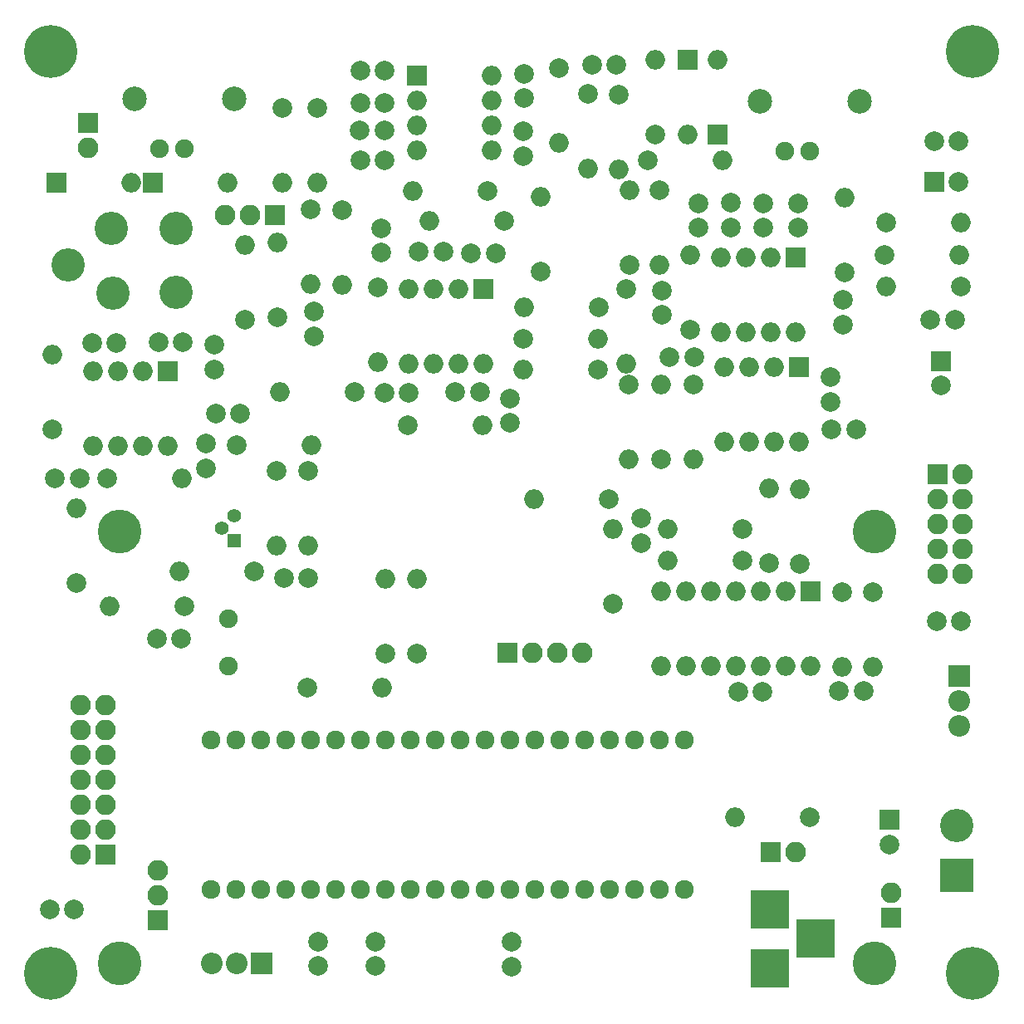
<source format=gbr>
G04 #@! TF.FileFunction,Soldermask,Bot*
%FSLAX46Y46*%
G04 Gerber Fmt 4.6, Leading zero omitted, Abs format (unit mm)*
G04 Created by KiCad (PCBNEW 4.0.7) date 11/11/19 10:00:43*
%MOMM*%
%LPD*%
G01*
G04 APERTURE LIST*
%ADD10C,0.100000*%
%ADD11C,2.000000*%
%ADD12R,2.000000X2.000000*%
%ADD13O,2.000000X2.000000*%
%ADD14C,1.924000*%
%ADD15C,3.400000*%
%ADD16R,2.100000X2.100000*%
%ADD17O,2.100000X2.100000*%
%ADD18C,1.900000*%
%ADD19C,5.400000*%
%ADD20C,2.500000*%
%ADD21R,3.400000X3.400000*%
%ADD22R,2.200000X2.200000*%
%ADD23O,2.200000X2.200000*%
%ADD24C,4.464000*%
%ADD25R,3.900000X3.900000*%
%ADD26C,1.400000*%
%ADD27R,1.400000X1.400000*%
G04 APERTURE END LIST*
D10*
D11*
X115316000Y-79883000D03*
X115316000Y-77383000D03*
D12*
X64937640Y-85674200D03*
D13*
X57317640Y-93294200D03*
X62397640Y-85674200D03*
X59857640Y-93294200D03*
X59857640Y-85674200D03*
X62397640Y-93294200D03*
X57317640Y-85674200D03*
X64937640Y-93294200D03*
D12*
X130479800Y-108077000D03*
D13*
X115239800Y-115697000D03*
X127939800Y-108077000D03*
X117779800Y-115697000D03*
X125399800Y-108077000D03*
X120319800Y-115697000D03*
X122859800Y-108077000D03*
X122859800Y-115697000D03*
X120319800Y-108077000D03*
X125399800Y-115697000D03*
X117779800Y-108077000D03*
X127939800Y-115697000D03*
X115239800Y-108077000D03*
X130479800Y-115697000D03*
D11*
X76024740Y-95806260D03*
D13*
X76024740Y-103426260D03*
D11*
X63972440Y-82651600D03*
X66472440Y-82651600D03*
D14*
X69342000Y-138430000D03*
X71882000Y-138430000D03*
X74422000Y-138430000D03*
X76962000Y-138430000D03*
X79502000Y-138430000D03*
X82042000Y-138430000D03*
X84582000Y-138430000D03*
X87122000Y-138430000D03*
X89662000Y-138430000D03*
X92202000Y-138430000D03*
X94742000Y-138430000D03*
X97282000Y-138430000D03*
X99822000Y-138430000D03*
X102362000Y-138430000D03*
X104902000Y-138430000D03*
X107442000Y-138430000D03*
X109982000Y-138430000D03*
X112522000Y-138430000D03*
X115062000Y-138430000D03*
X117602000Y-138430000D03*
X69342000Y-123190000D03*
X71882000Y-123190000D03*
X74422000Y-123190000D03*
X76962000Y-123190000D03*
X79502000Y-123190000D03*
X82042000Y-123190000D03*
X84582000Y-123190000D03*
X87122000Y-123190000D03*
X89662000Y-123190000D03*
X92202000Y-123190000D03*
X94742000Y-123190000D03*
X97282000Y-123190000D03*
X99822000Y-123190000D03*
X102362000Y-123190000D03*
X104902000Y-123190000D03*
X107442000Y-123190000D03*
X109982000Y-123190000D03*
X112522000Y-123190000D03*
X115062000Y-123190000D03*
X117602000Y-123190000D03*
D15*
X65760600Y-77612240D03*
X59349640Y-77673200D03*
D12*
X120944640Y-61493400D03*
D13*
X120944640Y-53873400D03*
D12*
X117896640Y-53873400D03*
D13*
X117896640Y-61493400D03*
D11*
X108165900Y-54368700D03*
X110665900Y-54368700D03*
X79248000Y-106680000D03*
X76748000Y-106680000D03*
X142646400Y-80416400D03*
X145146400Y-80416400D03*
D12*
X143764000Y-84582000D03*
D11*
X143764000Y-87082000D03*
X143052800Y-62179200D03*
X145552800Y-62179200D03*
X79822040Y-82054700D03*
X79822040Y-79554700D03*
D12*
X143052800Y-66344800D03*
D11*
X145552800Y-66344800D03*
X87035640Y-55016400D03*
X84535640Y-55016400D03*
X87035640Y-58318400D03*
X84535640Y-58318400D03*
X69636640Y-85432900D03*
X69636640Y-82932900D03*
X129199640Y-71018400D03*
X129199640Y-68518400D03*
X125643640Y-71018400D03*
X125643640Y-68518400D03*
X84495640Y-61112400D03*
X86995640Y-61112400D03*
X59679840Y-82753200D03*
X57179840Y-82753200D03*
X122341640Y-68478400D03*
X122341640Y-70978400D03*
X87035640Y-64160400D03*
X84535640Y-64160400D03*
X72303640Y-89941400D03*
X69803640Y-89941400D03*
X119039640Y-71018400D03*
X119039640Y-68518400D03*
X101196140Y-61188600D03*
X101196140Y-63688600D03*
X53441600Y-96560640D03*
X55941600Y-96560640D03*
X101259640Y-57810400D03*
X101259640Y-55310400D03*
X68783200Y-95504000D03*
X68783200Y-93004000D03*
X133771640Y-78384400D03*
X133771640Y-80884400D03*
X93004640Y-73431400D03*
X90504640Y-73431400D03*
X86984840Y-87820500D03*
X89484840Y-87820500D03*
X116062760Y-84239100D03*
X118562760Y-84239100D03*
X98338640Y-73609200D03*
X95838640Y-73609200D03*
X96751140Y-87782400D03*
X94251140Y-87782400D03*
X132476240Y-86258400D03*
X132476240Y-88758400D03*
X99799140Y-88417400D03*
X99799140Y-90917400D03*
X135067040Y-91567000D03*
X132567040Y-91567000D03*
X80264000Y-143764000D03*
X80264000Y-146264000D03*
X86106000Y-143764000D03*
X86106000Y-146264000D03*
X99999800Y-143840200D03*
X99999800Y-146340200D03*
D12*
X63413640Y-66395600D03*
D13*
X71033640Y-66395600D03*
D12*
X53571140Y-66382900D03*
D13*
X61191140Y-66382900D03*
D15*
X54777640Y-74828400D03*
X59121040Y-71069200D03*
X65725040Y-71059040D03*
D16*
X143421100Y-96164400D03*
D17*
X145961100Y-96164400D03*
X143421100Y-98704400D03*
X145961100Y-98704400D03*
X143421100Y-101244400D03*
X145961100Y-101244400D03*
X143421100Y-103784400D03*
X145961100Y-103784400D03*
X143421100Y-106324400D03*
X145961100Y-106324400D03*
D16*
X99568000Y-114300000D03*
D17*
X102108000Y-114300000D03*
X104648000Y-114300000D03*
X107188000Y-114300000D03*
D11*
X145796000Y-76962000D03*
D13*
X138176000Y-76962000D03*
D11*
X73710800Y-106057700D03*
D13*
X66090800Y-106057700D03*
D11*
X104815640Y-54762400D03*
D13*
X104815640Y-62382400D03*
D11*
X53126640Y-91592400D03*
D13*
X53126640Y-83972400D03*
D11*
X133898640Y-75590400D03*
D13*
X133898640Y-67970400D03*
D11*
X87122000Y-114427000D03*
D13*
X87122000Y-106807000D03*
D11*
X90297000Y-114427000D03*
D13*
X90297000Y-106807000D03*
D11*
X138023600Y-73761600D03*
D13*
X145643600Y-73761600D03*
D11*
X138163300Y-70497700D03*
D13*
X145783300Y-70497700D03*
D11*
X79479140Y-69113400D03*
D13*
X79479140Y-76733400D03*
D11*
X76113640Y-80162400D03*
D13*
X76113640Y-72542400D03*
D11*
X72811640Y-80416400D03*
D13*
X72811640Y-72796400D03*
D11*
X58704480Y-96601280D03*
D13*
X66324480Y-96601280D03*
D11*
X82717640Y-69176900D03*
D13*
X82717640Y-76796900D03*
D11*
X80177640Y-58826400D03*
D13*
X80177640Y-66446400D03*
D11*
X76621640Y-58826400D03*
D13*
X76621640Y-66446400D03*
D11*
X55626000Y-107188000D03*
D13*
X55626000Y-99568000D03*
D11*
X79237840Y-95806260D03*
D13*
X79237840Y-103426260D03*
D11*
X114594640Y-61493400D03*
D13*
X114594640Y-53873400D03*
D11*
X113832640Y-64160400D03*
D13*
X121452640Y-64160400D03*
D11*
X97500440Y-67284600D03*
D13*
X89880440Y-67284600D03*
D11*
X83936840Y-87731600D03*
D13*
X76316840Y-87731600D03*
D11*
X118150640Y-81432400D03*
D13*
X118150640Y-73812400D03*
D11*
X102948740Y-75438000D03*
D13*
X102948740Y-67818000D03*
D11*
X89423240Y-91135200D03*
D13*
X97043240Y-91135200D03*
D11*
X118531640Y-87020400D03*
D13*
X118531640Y-94640400D03*
D11*
X99227640Y-70319900D03*
D13*
X91607640Y-70319900D03*
D11*
X86375240Y-77114400D03*
D13*
X86375240Y-84734400D03*
D11*
X115229640Y-94640400D03*
D13*
X115229640Y-87020400D03*
D11*
X109895640Y-98704400D03*
D13*
X102275640Y-98704400D03*
D11*
X111927640Y-87020400D03*
D13*
X111927640Y-94640400D03*
D11*
X110276640Y-109372400D03*
D13*
X110276640Y-101752400D03*
D11*
X111658400Y-77276960D03*
D13*
X111658400Y-84896960D03*
D11*
X108879640Y-79146400D03*
D13*
X101259640Y-79146400D03*
D11*
X101132640Y-82321400D03*
D13*
X108752640Y-82321400D03*
D12*
X90337640Y-55524400D03*
D13*
X97957640Y-63144400D03*
X90337640Y-58064400D03*
X97957640Y-60604400D03*
X90337640Y-60604400D03*
X97957640Y-58064400D03*
X90337640Y-63144400D03*
X97957640Y-55524400D03*
D12*
X128945640Y-74066400D03*
D13*
X121325640Y-81686400D03*
X126405640Y-74066400D03*
X123865640Y-81686400D03*
X123865640Y-74066400D03*
X126405640Y-81686400D03*
X121325640Y-74066400D03*
X128945640Y-81686400D03*
D12*
X97132140Y-77241400D03*
D13*
X89512140Y-84861400D03*
X94592140Y-77241400D03*
X92052140Y-84861400D03*
X92052140Y-77241400D03*
X94592140Y-84861400D03*
X89512140Y-77241400D03*
X97132140Y-84861400D03*
D12*
X129275840Y-85191600D03*
D13*
X121655840Y-92811600D03*
X126735840Y-85191600D03*
X124195840Y-92811600D03*
X124195840Y-85191600D03*
X126735840Y-92811600D03*
X121655840Y-85191600D03*
X129275840Y-92811600D03*
D18*
X71079360Y-110837980D03*
X71079360Y-115717980D03*
D19*
X53000000Y-53000000D03*
X147000000Y-53000000D03*
X53000000Y-147000000D03*
X147000000Y-147000000D03*
D18*
X66588640Y-62966640D03*
X64048640Y-62966640D03*
D20*
X61508640Y-57886640D03*
X71668640Y-57886640D03*
D18*
X130327400Y-63230800D03*
X127787400Y-63230800D03*
D20*
X125247400Y-58150800D03*
X135407400Y-58150800D03*
D21*
X145389600Y-137007600D03*
D15*
X145389600Y-131927600D03*
D11*
X86654640Y-73558400D03*
X86654640Y-71058400D03*
D12*
X138493500Y-131368800D03*
D11*
X138493500Y-133868800D03*
X135854440Y-118211600D03*
X133354440Y-118211600D03*
D16*
X138645900Y-141312900D03*
D17*
X138645900Y-138772900D03*
D22*
X145643600Y-116738400D03*
D23*
X145643600Y-119278400D03*
X145643600Y-121818400D03*
D24*
X60000000Y-102000000D03*
X60000000Y-146000000D03*
X137000000Y-102000000D03*
X137000000Y-146000000D03*
D11*
X145801080Y-111099600D03*
X143301080Y-111099600D03*
D25*
X126288800Y-140474700D03*
X126288800Y-146474700D03*
X130988800Y-143474700D03*
D16*
X56809640Y-60350400D03*
D17*
X56809640Y-62890400D03*
D11*
X125552200Y-118300500D03*
X123052200Y-118300500D03*
X123548140Y-101688900D03*
D13*
X115928140Y-101688900D03*
D11*
X123548140Y-104927400D03*
D13*
X115928140Y-104927400D03*
D11*
X129311400Y-105270300D03*
D13*
X129311400Y-97650300D03*
D11*
X126187200Y-105234740D03*
D13*
X126187200Y-97614740D03*
D11*
X133667500Y-108178600D03*
D13*
X133667500Y-115798600D03*
D11*
X136791700Y-108127800D03*
D13*
X136791700Y-115747800D03*
D11*
X63779400Y-112892840D03*
X66279400Y-112892840D03*
D26*
X70396100Y-101660960D03*
X71666100Y-100390960D03*
D27*
X71666100Y-102930960D03*
D11*
X66608960Y-109636560D03*
D13*
X58988960Y-109636560D03*
D11*
X79171800Y-117896640D03*
D13*
X86791800Y-117896640D03*
D11*
X71973440Y-93151960D03*
D13*
X79593440Y-93151960D03*
D16*
X75859640Y-69748400D03*
D17*
X73319640Y-69748400D03*
X70779640Y-69748400D03*
D11*
X108752640Y-85496400D03*
D13*
X101132640Y-85496400D03*
D11*
X113197640Y-103149400D03*
X113197640Y-100649400D03*
D16*
X126354840Y-134670800D03*
D17*
X128894840Y-134670800D03*
D11*
X130378200Y-131140200D03*
D13*
X122758200Y-131140200D03*
D11*
X55374540Y-140512800D03*
X52874540Y-140512800D03*
D16*
X63870840Y-141592300D03*
D17*
X63870840Y-139052300D03*
X63870840Y-136512300D03*
D22*
X74513440Y-146037300D03*
D23*
X71973440Y-146037300D03*
X69433440Y-146037300D03*
D11*
X110896400Y-57442100D03*
D13*
X110896400Y-65062100D03*
D11*
X107746800Y-57378600D03*
D13*
X107746800Y-64998600D03*
D11*
X111988600Y-74841100D03*
D13*
X111988600Y-67221100D03*
D11*
X115074700Y-67195700D03*
D13*
X115074700Y-74815700D03*
D16*
X58562240Y-134924800D03*
D17*
X56022240Y-134924800D03*
X58562240Y-132384800D03*
X56022240Y-132384800D03*
X58562240Y-129844800D03*
X56022240Y-129844800D03*
X58562240Y-127304800D03*
X56022240Y-127304800D03*
X58562240Y-124764800D03*
X56022240Y-124764800D03*
X58562240Y-122224800D03*
X56022240Y-122224800D03*
X58562240Y-119684800D03*
X56022240Y-119684800D03*
M02*

</source>
